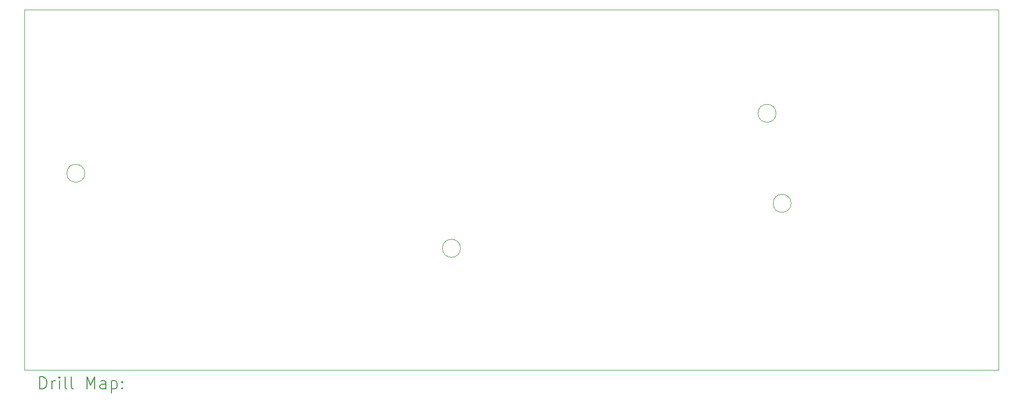
<source format=gbr>
%TF.GenerationSoftware,KiCad,Pcbnew,(6.0.10)*%
%TF.CreationDate,2025-06-24T19:53:20+02:00*%
%TF.ProjectId,esp_shield,6573705f-7368-4696-956c-642e6b696361,1.0*%
%TF.SameCoordinates,Original*%
%TF.FileFunction,Drillmap*%
%TF.FilePolarity,Positive*%
%FSLAX45Y45*%
G04 Gerber Fmt 4.5, Leading zero omitted, Abs format (unit mm)*
G04 Created by KiCad (PCBNEW (6.0.10)) date 2025-06-24 19:53:20*
%MOMM*%
%LPD*%
G01*
G04 APERTURE LIST*
%ADD10C,0.100000*%
%ADD11C,0.200000*%
G04 APERTURE END LIST*
D10*
X15550000Y-10975000D02*
G75*
G03*
X15550000Y-10975000I-150000J0D01*
G01*
X21050000Y-10225000D02*
G75*
G03*
X21050000Y-10225000I-150000J0D01*
G01*
X20800000Y-8725000D02*
G75*
G03*
X20800000Y-8725000I-150000J0D01*
G01*
X9300000Y-9725000D02*
G75*
G03*
X9300000Y-9725000I-150000J0D01*
G01*
X8300000Y-13000000D02*
X14500000Y-13000000D01*
X14500000Y-7000000D02*
X8300000Y-7000000D01*
X14500000Y-7000000D02*
X24500000Y-7000000D01*
X8300000Y-13000000D02*
X8300000Y-7000000D01*
X24500000Y-13000000D02*
X14500000Y-13000000D01*
X24500000Y-7000000D02*
X24500000Y-13000000D01*
D11*
X8552619Y-13315476D02*
X8552619Y-13115476D01*
X8600238Y-13115476D01*
X8628810Y-13125000D01*
X8647857Y-13144048D01*
X8657381Y-13163095D01*
X8666905Y-13201190D01*
X8666905Y-13229762D01*
X8657381Y-13267857D01*
X8647857Y-13286905D01*
X8628810Y-13305952D01*
X8600238Y-13315476D01*
X8552619Y-13315476D01*
X8752619Y-13315476D02*
X8752619Y-13182143D01*
X8752619Y-13220238D02*
X8762143Y-13201190D01*
X8771667Y-13191667D01*
X8790714Y-13182143D01*
X8809762Y-13182143D01*
X8876429Y-13315476D02*
X8876429Y-13182143D01*
X8876429Y-13115476D02*
X8866905Y-13125000D01*
X8876429Y-13134524D01*
X8885952Y-13125000D01*
X8876429Y-13115476D01*
X8876429Y-13134524D01*
X9000238Y-13315476D02*
X8981190Y-13305952D01*
X8971667Y-13286905D01*
X8971667Y-13115476D01*
X9105000Y-13315476D02*
X9085952Y-13305952D01*
X9076429Y-13286905D01*
X9076429Y-13115476D01*
X9333571Y-13315476D02*
X9333571Y-13115476D01*
X9400238Y-13258333D01*
X9466905Y-13115476D01*
X9466905Y-13315476D01*
X9647857Y-13315476D02*
X9647857Y-13210714D01*
X9638333Y-13191667D01*
X9619286Y-13182143D01*
X9581190Y-13182143D01*
X9562143Y-13191667D01*
X9647857Y-13305952D02*
X9628810Y-13315476D01*
X9581190Y-13315476D01*
X9562143Y-13305952D01*
X9552619Y-13286905D01*
X9552619Y-13267857D01*
X9562143Y-13248809D01*
X9581190Y-13239286D01*
X9628810Y-13239286D01*
X9647857Y-13229762D01*
X9743095Y-13182143D02*
X9743095Y-13382143D01*
X9743095Y-13191667D02*
X9762143Y-13182143D01*
X9800238Y-13182143D01*
X9819286Y-13191667D01*
X9828810Y-13201190D01*
X9838333Y-13220238D01*
X9838333Y-13277381D01*
X9828810Y-13296428D01*
X9819286Y-13305952D01*
X9800238Y-13315476D01*
X9762143Y-13315476D01*
X9743095Y-13305952D01*
X9924048Y-13296428D02*
X9933571Y-13305952D01*
X9924048Y-13315476D01*
X9914524Y-13305952D01*
X9924048Y-13296428D01*
X9924048Y-13315476D01*
X9924048Y-13191667D02*
X9933571Y-13201190D01*
X9924048Y-13210714D01*
X9914524Y-13201190D01*
X9924048Y-13191667D01*
X9924048Y-13210714D01*
M02*

</source>
